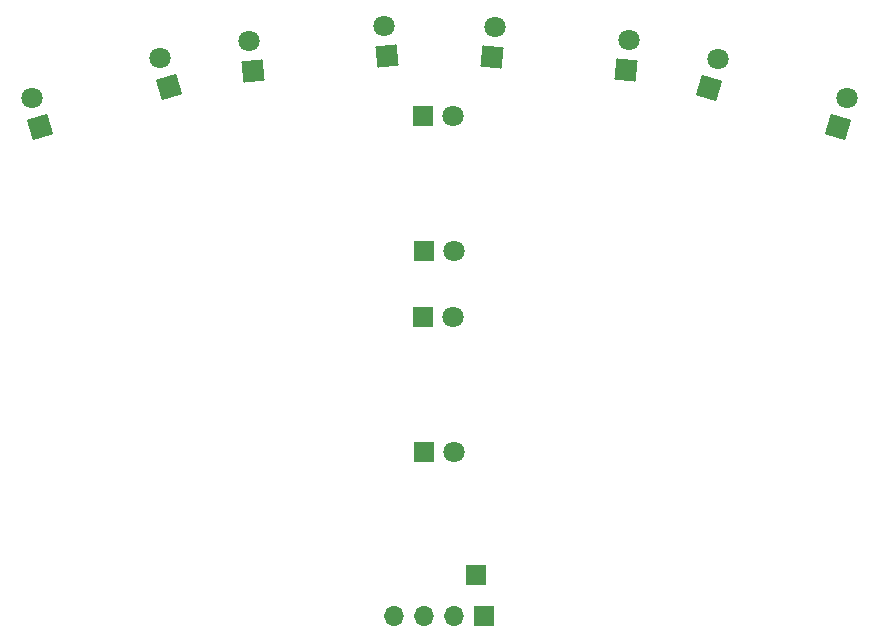
<source format=gbr>
%TF.GenerationSoftware,KiCad,Pcbnew,7.0.9*%
%TF.CreationDate,2025-01-15T18:35:07+09:00*%
%TF.ProjectId,line_side_robot2,6c696e65-5f73-4696-9465-5f726f626f74,rev?*%
%TF.SameCoordinates,Original*%
%TF.FileFunction,Soldermask,Bot*%
%TF.FilePolarity,Negative*%
%FSLAX46Y46*%
G04 Gerber Fmt 4.6, Leading zero omitted, Abs format (unit mm)*
G04 Created by KiCad (PCBNEW 7.0.9) date 2025-01-15 18:35:07*
%MOMM*%
%LPD*%
G01*
G04 APERTURE LIST*
G04 Aperture macros list*
%AMRotRect*
0 Rectangle, with rotation*
0 The origin of the aperture is its center*
0 $1 length*
0 $2 width*
0 $3 Rotation angle, in degrees counterclockwise*
0 Add horizontal line*
21,1,$1,$2,0,0,$3*%
G04 Aperture macros list end*
%ADD10R,1.700000X1.700000*%
%ADD11RotRect,1.800000X1.800000X73.000000*%
%ADD12C,1.800000*%
%ADD13R,1.800000X1.800000*%
%ADD14RotRect,1.800000X1.800000X96.000000*%
%ADD15RotRect,1.800000X1.800000X107.000000*%
%ADD16O,1.700000X1.700000*%
%ADD17RotRect,1.800000X1.800000X84.000000*%
G04 APERTURE END LIST*
D10*
%TO.C,J2*%
X157100000Y-72500000D03*
%TD*%
D11*
%TO.C,Q7*%
X176863974Y-31237940D03*
D12*
X177606598Y-28808926D03*
%TD*%
D13*
%TO.C,Q12*%
X152705000Y-62060000D03*
D12*
X155245000Y-62060000D03*
%TD*%
D14*
%TO.C,Q4*%
X149582139Y-28533510D03*
D12*
X149316637Y-26007424D03*
%TD*%
D15*
%TO.C,Q2*%
X131164465Y-31153672D03*
D12*
X130421841Y-28724658D03*
%TD*%
D11*
%TO.C,Q8*%
X187812080Y-34522371D03*
D12*
X188554704Y-32093357D03*
%TD*%
D14*
%TO.C,Q3*%
X138221025Y-29787942D03*
D12*
X137955523Y-27261856D03*
%TD*%
D10*
%TO.C,J1*%
X157784013Y-75931020D03*
D16*
X155244013Y-75931020D03*
X152704013Y-75931020D03*
X150164013Y-75931020D03*
%TD*%
D17*
%TO.C,Q6*%
X169834742Y-29737884D03*
D12*
X170100244Y-27211798D03*
%TD*%
D13*
%TO.C,Q11*%
X152670000Y-50640000D03*
D12*
X155210000Y-50640000D03*
%TD*%
D15*
%TO.C,Q1*%
X120251444Y-34552859D03*
D12*
X119508820Y-32123845D03*
%TD*%
D13*
%TO.C,Q10*%
X152720000Y-45040000D03*
D12*
X155260000Y-45040000D03*
%TD*%
D17*
%TO.C,Q5*%
X158461085Y-28602795D03*
D12*
X158726587Y-26076709D03*
%TD*%
D13*
%TO.C,Q9*%
X152670000Y-33640000D03*
D12*
X155210000Y-33640000D03*
%TD*%
M02*

</source>
